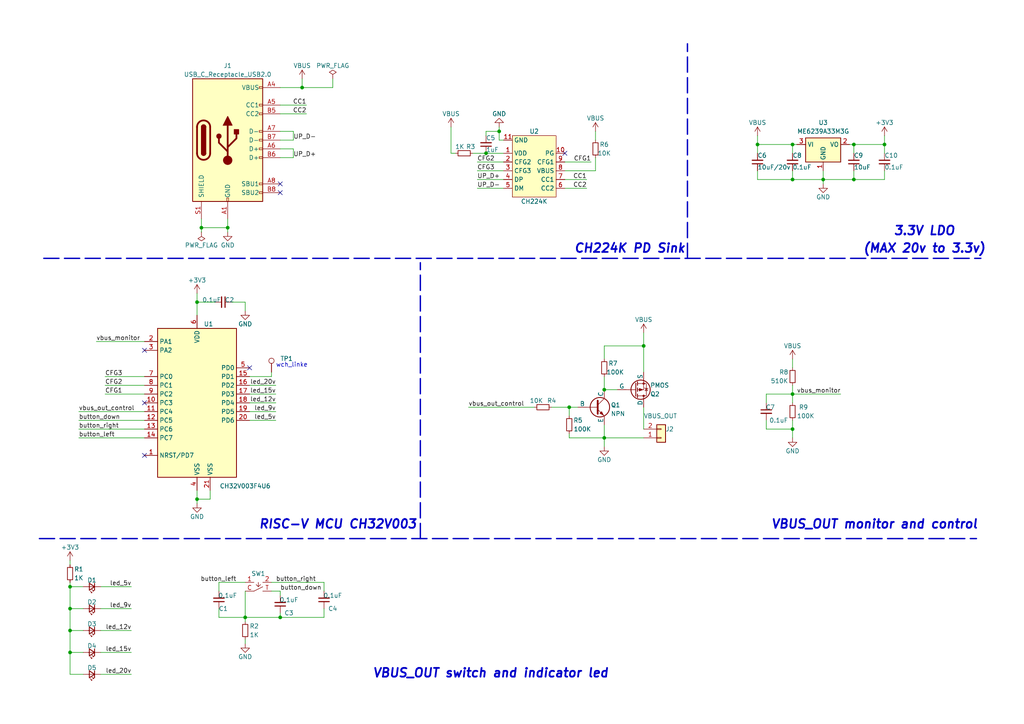
<source format=kicad_sch>
(kicad_sch (version 20230121) (generator eeschema)
  (paper "A4")
  (title_block (title "Esay_PD_Sink") (rev "V2.0"))
  (lib_symbols
    (symbol "Connector:TestPoint" (pin_numbers hide) (pin_names (offset 0.762) hide)
      (property "Reference" "TP" (at 0 6.858 0))
      (property "Value" "TestPoint" (at 0 5.08 0))
      (symbol "TestPoint_0_1"
        (circle (center 0 3.302) (radius 0.762))
      )
      (symbol "TestPoint_1_1"
        (pin passive line (at 0 0 90) (length 2.54) (name "1") (number "1"))
      )
    )
    (symbol "Connector:USB_C_Receptacle_USB2.0" (pin_names (offset 1.016))
      (property "Reference" "J" (at -10.16 19.05 0))
      (property "Value" "USB_C_Receptacle_USB2.0" (at 19.05 19.05 0))
      (symbol "USB_C_Receptacle_USB2.0_0_0"
        (rectangle (start -0.254 -17.78) (end 0.254 -16.764))
        (rectangle (start 10.16 -14.986) (end 9.144 -15.494))
        (rectangle (start 10.16 -12.446) (end 9.144 -12.954))
        (rectangle (start 10.16 -4.826) (end 9.144 -5.334))
        (rectangle (start 10.16 -2.286) (end 9.144 -2.794))
        (rectangle (start 10.16 0.254) (end 9.144 -0.254))
        (rectangle (start 10.16 2.794) (end 9.144 2.286))
        (rectangle (start 10.16 7.874) (end 9.144 7.366))
        (rectangle (start 10.16 10.414) (end 9.144 9.906))
        (rectangle (start 10.16 15.494) (end 9.144 14.986))
      )
      (symbol "USB_C_Receptacle_USB2.0_0_1"
        (rectangle (start -10.16 17.78) (end 10.16 -17.78) (stroke (width 0.254)) (fill (type background)))
        (arc (start -8.89 -3.81) (mid -6.985 -5.7067) (end -5.08 -3.81) (stroke (width 0.508)))
        (arc (start -7.62 -3.81) (mid -6.985 -4.4423) (end -6.35 -3.81) (stroke (width 0.254)))
        (arc (start -7.62 -3.81) (mid -6.985 -4.4423) (end -6.35 -3.81) (stroke (width 0.254)) (fill (type outline)))
        (rectangle (start -7.62 -3.81) (end -6.35 3.81) (stroke (width 0.254)) (fill (type outline)))
        (arc (start -6.35 3.81) (mid -6.985 4.4423) (end -7.62 3.81) (stroke (width 0.254)))
        (arc (start -6.35 3.81) (mid -6.985 4.4423) (end -7.62 3.81) (stroke (width 0.254)) (fill (type outline)))
        (arc (start -5.08 3.81) (mid -6.985 5.7067) (end -8.89 3.81) (stroke (width 0.508)))
        (circle (center -2.54 1.143) (radius 0.635) (stroke (width 0.254)) (fill (type outline)))
        (circle (center 0 -5.842) (radius 1.27) (fill (type outline)))
        (polyline (pts (xy -8.89 -3.81) (xy -8.89 3.81)) (stroke (width 0.508)))
        (polyline (pts (xy -5.08 3.81) (xy -5.08 -3.81)) (stroke (width 0.508)))
        (polyline (pts (xy 0 -5.842) (xy 0 4.318)) (stroke (width 0.508)))
        (polyline (pts (xy 0 -3.302) (xy -2.54 -0.762) (xy -2.54 0.508)) (stroke (width 0.508)))
        (polyline (pts (xy 0 -2.032) (xy 2.54 0.508) (xy 2.54 1.778)) (stroke (width 0.508)))
        (polyline (pts (xy -1.27 4.318) (xy 0 6.858) (xy 1.27 4.318) (xy -1.27 4.318)) (stroke (width 0.254)) (fill (type outline)))
        (rectangle (start 1.905 1.778) (end 3.175 3.048) (stroke (width 0.254)) (fill (type outline)))
      )
      (symbol "USB_C_Receptacle_USB2.0_1_1"
        (pin passive line (at 0 -22.86 90) (length 5.08) (name "GND") (number "A1"))
        (pin passive line (at 0 -22.86 90) (length 5.08) hide (name "GND") (number "A12"))
        (pin passive line (at 15.24 15.24 180) (length 5.08) (name "VBUS") (number "A4"))
        (pin bidirectional line (at 15.24 10.16 180) (length 5.08) (name "CC1") (number "A5"))
        (pin bidirectional line (at 15.24 -2.54 180) (length 5.08) (name "D+") (number "A6"))
        (pin bidirectional line (at 15.24 2.54 180) (length 5.08) (name "D-") (number "A7"))
        (pin bidirectional line (at 15.24 -12.7 180) (length 5.08) (name "SBU1") (number "A8"))
        (pin passive line (at 15.24 15.24 180) (length 5.08) hide (name "VBUS") (number "A9"))
        (pin passive line (at 0 -22.86 90) (length 5.08) hide (name "GND") (number "B1"))
        (pin passive line (at 0 -22.86 90) (length 5.08) hide (name "GND") (number "B12"))
        (pin passive line (at 15.24 15.24 180) (length 5.08) hide (name "VBUS") (number "B4"))
        (pin bidirectional line (at 15.24 7.62 180) (length 5.08) (name "CC2") (number "B5"))
        (pin bidirectional line (at 15.24 -5.08 180) (length 5.08) (name "D+") (number "B6"))
        (pin bidirectional line (at 15.24 0 180) (length 5.08) (name "D-") (number "B7"))
        (pin bidirectional line (at 15.24 -15.24 180) (length 5.08) (name "SBU2") (number "B8"))
        (pin passive line (at 15.24 15.24 180) (length 5.08) hide (name "VBUS") (number "B9"))
        (pin passive line (at -7.62 -22.86 90) (length 5.08) (name "SHIELD") (number "S1"))
      )
    )
    (symbol "Connector_Generic:Conn_01x02" (pin_names (offset 1.016) hide)
      (property "Reference" "J" (at 0 2.54 0))
      (property "Value" "Conn_01x02" (at 0 -5.08 0))
      (symbol "Conn_01x02_1_1"
        (rectangle (start -1.27 -2.413) (end 0 -2.667) (stroke (width 0.1524)))
        (rectangle (start -1.27 0.127) (end 0 -0.127) (stroke (width 0.1524)))
        (rectangle (start -1.27 1.27) (end 1.27 -3.81) (stroke (width 0.254)) (fill (type background)))
        (pin passive line (at -5.08 0 0) (length 3.81) (name "Pin_1") (number "1"))
        (pin passive line (at -5.08 -2.54 0) (length 3.81) (name "Pin_2") (number "2"))
      )
    )
    (symbol "Device:C_Small" (pin_numbers hide) (pin_names (offset 0.254) hide)
      (property "Reference" "C" (at 0.254 1.778 0))
      (property "Value" "C_Small" (at 0.254 -2.032 0))
      (symbol "C_Small_0_1"
        (polyline (pts (xy -1.524 -0.508) (xy 1.524 -0.508)) (stroke (width 0.3302)))
        (polyline (pts (xy -1.524 0.508) (xy 1.524 0.508)) (stroke (width 0.3048)))
      )
      (symbol "C_Small_1_1"
        (pin passive line (at 0 2.54 270) (length 2.032) (name "~") (number "1"))
        (pin passive line (at 0 -2.54 90) (length 2.032) (name "~") (number "2"))
      )
    )
    (symbol "Device:LED_Small" (pin_numbers hide) (pin_names (offset 0.254) hide)
      (property "Reference" "D" (at -1.27 3.175 0))
      (property "Value" "LED_Small" (at -4.445 -2.54 0))
      (symbol "LED_Small_0_1"
        (polyline (pts (xy -0.762 -1.016) (xy -0.762 1.016)) (stroke (width 0.254)))
        (polyline (pts (xy 1.016 0) (xy -0.762 0)))
        (polyline (pts (xy 0.762 -1.016) (xy -0.762 0) (xy 0.762 1.016) (xy 0.762 -1.016)) (stroke (width 0.254)))
        (polyline (pts (xy 0 0.762) (xy -0.508 1.27) (xy -0.254 1.27) (xy -0.508 1.27) (xy -0.508 1.016)))
        (polyline (pts (xy 0.508 1.27) (xy 0 1.778) (xy 0.254 1.778) (xy 0 1.778) (xy 0 1.524)))
      )
      (symbol "LED_Small_1_1"
        (pin passive line (at -2.54 0 0) (length 1.778) (name "K") (number "1"))
        (pin passive line (at 2.54 0 180) (length 1.778) (name "A") (number "2"))
      )
    )
    (symbol "Device:R_Small" (pin_numbers hide) (pin_names (offset 0.254) hide)
      (property "Reference" "R" (at 0.762 0.508 0))
      (property "Value" "R_Small" (at 0.762 -1.016 0))
      (symbol "R_Small_0_1"
        (rectangle (start -0.762 1.778) (end 0.762 -1.778) (stroke (width 0.2032)))
      )
      (symbol "R_Small_1_1"
        (pin passive line (at 0 2.54 270) (length 0.762) (name "~") (number "1"))
        (pin passive line (at 0 -2.54 90) (length 0.762) (name "~") (number "2"))
      )
    )
    (symbol "Regulator_Linear:AMS1117-3.3"
      (property "Reference" "U" (at -3.81 3.175 0))
      (property "Value" "AMS1117-3.3" (at 0 3.175 0))
      (symbol "AMS1117-3.3_0_1"
        (rectangle (start -5.08 -5.08) (end 5.08 1.905) (stroke (width 0.254)) (fill (type background)))
      )
      (symbol "AMS1117-3.3_1_1"
        (pin power_in line (at 0 -7.62 90) (length 2.54) (name "GND") (number "1"))
        (pin power_out line (at 7.62 0 180) (length 2.54) (name "VO") (number "2"))
        (pin power_in line (at -7.62 0 0) (length 2.54) (name "VI") (number "3"))
      )
    )
    (symbol "Simulation_SPICE:NPN" (pin_numbers hide) (pin_names (offset 0))
      (property "Reference" "Q" (at -2.54 7.62 0))
      (property "Value" "NPN" (at -2.54 5.08 0))
      (symbol "NPN_0_1"
        (polyline (pts (xy -2.54 0) (xy 0.635 0)) (stroke (width 0.1524)))
        (polyline (pts (xy 0.635 0.635) (xy 2.54 2.54)))
        (polyline (pts (xy 2.794 -1.27) (xy 2.794 -1.27)) (stroke (width 0.1524)))
        (polyline (pts (xy 2.794 -1.27) (xy 2.794 -1.27)) (stroke (width 0.1524)))
        (polyline (pts (xy 0.635 -0.635) (xy 2.54 -2.54) (xy 2.54 -2.54)))
        (polyline (pts (xy 0.635 1.905) (xy 0.635 -1.905) (xy 0.635 -1.905)) (stroke (width 0.508)))
        (polyline (pts (xy 1.27 -1.778) (xy 1.778 -1.27) (xy 2.286 -2.286) (xy 1.27 -1.778) (xy 1.27 -1.778)) (fill (type outline)))
        (circle (center 1.27 0) (radius 2.8194) (stroke (width 0.254)))
      )
      (symbol "NPN_1_1"
        (pin open_collector line (at 2.54 5.08 270) (length 2.54) (name "C") (number "1"))
        (pin input line (at -5.08 0 0) (length 2.54) (name "B") (number "2"))
        (pin open_emitter line (at 2.54 -5.08 90) (length 2.54) (name "E") (number "3"))
      )
    )
    (symbol "Simulation_SPICE:PMOS" (pin_numbers hide) (pin_names (offset 0))
      (property "Reference" "Q" (at 5.08 1.27 0))
      (property "Value" "PMOS" (at 5.08 -1.27 0))
      (symbol "PMOS_0_1"
        (polyline (pts (xy 0.254 0) (xy -2.54 0)))
        (polyline (pts (xy 0.254 1.905) (xy 0.254 -1.905)) (stroke (width 0.254)))
        (polyline (pts (xy 0.762 -1.27) (xy 0.762 -2.286)) (stroke (width 0.254)))
        (polyline (pts (xy 0.762 0.508) (xy 0.762 -0.508)) (stroke (width 0.254)))
        (polyline (pts (xy 0.762 2.286) (xy 0.762 1.27)) (stroke (width 0.254)))
        (polyline (pts (xy 2.54 2.54) (xy 2.54 1.778)))
        (polyline (pts (xy 2.54 -2.54) (xy 2.54 0) (xy 0.762 0)))
        (polyline (pts (xy 0.762 1.778) (xy 3.302 1.778) (xy 3.302 -1.778) (xy 0.762 -1.778)))
        (polyline (pts (xy 2.286 0) (xy 1.27 0.381) (xy 1.27 -0.381) (xy 2.286 0)) (fill (type outline)))
        (polyline (pts (xy 2.794 -0.508) (xy 2.921 -0.381) (xy 3.683 -0.381) (xy 3.81 -0.254)))
        (polyline (pts (xy 3.302 -0.381) (xy 2.921 0.254) (xy 3.683 0.254) (xy 3.302 -0.381)))
        (circle (center 1.651 0) (radius 2.794) (stroke (width 0.254)))
        (circle (center 2.54 -1.778) (radius 0.254) (fill (type outline)))
        (circle (center 2.54 1.778) (radius 0.254) (fill (type outline)))
      )
      (symbol "PMOS_1_1"
        (pin passive line (at 2.54 5.08 270) (length 2.54) (name "D") (number "1"))
        (pin input line (at -5.08 0 0) (length 2.54) (name "G") (number "2"))
        (pin passive line (at 2.54 -5.08 90) (length 2.54) (name "S") (number "3"))
      )
    )
    (symbol "power:+3V3" (power) (pin_names (offset 0))
      (property "Value" "+3V3" (at 0 3.556 0))
      (symbol "+3V3_0_1"
        (polyline (pts (xy -0.762 1.27) (xy 0 2.54)))
        (polyline (pts (xy 0 0) (xy 0 2.54)))
        (polyline (pts (xy 0 2.54) (xy 0.762 1.27)))
      )
      (symbol "+3V3_1_1"
        (pin power_in line (at 0 0 90) (length 0) hide (name "+3V3") (number "1"))
      )
    )
    (symbol "power:GND" (power) (pin_names (offset 0))
      (property "Value" "GND" (at 0 -3.81 0))
      (symbol "GND_0_1"
        (polyline (pts (xy 0 0) (xy 0 -1.27) (xy 1.27 -1.27) (xy 0 -2.54) (xy -1.27 -1.27) (xy 0 -1.27)))
      )
      (symbol "GND_1_1"
        (pin power_in line (at 0 0 270) (length 0) hide (name "GND") (number "1"))
      )
    )
    (symbol "power:PWR_FLAG" (power) (pin_numbers hide) (pin_names (offset 0) hide)
      (property "Value" "PWR_FLAG" (at 0 3.81 0))
      (symbol "PWR_FLAG_0_0"
        (pin power_out line (at 0 0 90) (length 0) (name "pwr") (number "1"))
      )
      (symbol "PWR_FLAG_0_1"
        (polyline (pts (xy 0 0) (xy 0 1.27) (xy -1.016 1.905) (xy 0 2.54) (xy 1.016 1.905) (xy 0 1.27)))
      )
    )
    (symbol "power:VBUS" (power) (pin_names (offset 0))
      (property "Value" "VBUS" (at 0 3.81 0))
      (symbol "VBUS_0_1"
        (polyline (pts (xy -0.762 1.27) (xy 0 2.54)))
        (polyline (pts (xy 0 0) (xy 0 2.54)))
        (polyline (pts (xy 0 2.54) (xy 0.762 1.27)))
      )
      (symbol "VBUS_1_1"
        (pin power_in line (at 0 0 90) (length 0) hide (name "VBUS") (number "1"))
      )
    )
    (symbol "tyk_common:拨轮开关"
      (property "Reference" "SW" (at 2.54 -17.78 0))
      (property "Value" "拨轮开关" (at 2.54 -20.32 0))
      (symbol "拨轮开关_0_1"
        (polyline (pts (xy 0 -2.54) (xy 2.54 -1.27)))
        (polyline (pts (xy 1.27 0) (xy 1.27 -1.27) (xy 0.635 -0.635) (xy 1.27 -1.27) (xy 1.905 -0.635)))
      )
      (symbol "拨轮开关_1_1"
        (pin passive line (at -2.54 0 0) (length 2.54) (name "") (number "1"))
        (pin passive line (at 5.08 0 180) (length 2.54) (name "") (number "2"))
        (pin no_connect line (at -2.54 -7.62 90) (length 2.54) hide (name "") (number "3"))
        (pin no_connect line (at 0 -7.62 90) (length 2.54) hide (name "") (number "4"))
        (pin no_connect line (at 2.54 -7.62 90) (length 2.54) hide (name "") (number "5"))
        (pin no_connect line (at 5.08 -7.62 90) (length 2.54) hide (name "") (number "6"))
        (pin passive line (at -2.54 -2.54 0) (length 2.54) (name "") (number "C"))
        (pin passive line (at 5.08 -2.54 180) (length 2.54) (name "") (number "T"))
      )
    )
    (symbol "wch_mcu:CH32V003F4U6"
      (property "Reference" "U" (at -19.05 -26.67 0))
      (symbol "CH32V003F4U6_0_1"
        (rectangle (start -11.43 20.32) (end 11.43 -22.86) (stroke (width 0.254)) (fill (type background)))
      )
      (symbol "CH32V003F4U6_1_1"
        (pin bidirectional line (at -15.24 -16.51 0) (length 3.81) (name "NRST/PD7") (number "1"))
        (pin bidirectional line (at -15.24 -1.27 0) (length 3.81) (name "PC3") (number "10"))
        (pin bidirectional line (at -15.24 -3.81 0) (length 3.81) (name "PC4") (number "11"))
        (pin bidirectional line (at -15.24 -6.35 0) (length 3.81) (name "PC5") (number "12"))
        (pin bidirectional line (at -15.24 -8.89 0) (length 3.81) (name "PC6") (number "13"))
        (pin bidirectional line (at -15.24 -11.43 0) (length 3.81) (name "PC7") (number "14"))
        (pin bidirectional line (at 15.24 6.35 180) (length 3.81) (name "PD1") (number "15"))
        (pin bidirectional line (at 15.24 3.81 180) (length 3.81) (name "PD2") (number "16"))
        (pin bidirectional line (at 15.24 1.27 180) (length 3.81) (name "PD3") (number "17"))
        (pin bidirectional line (at 15.24 -1.27 180) (length 3.81) (name "PD4") (number "18"))
        (pin bidirectional line (at 15.24 -3.81 180) (length 3.81) (name "PD5") (number "19"))
        (pin bidirectional line (at -15.24 16.51 0) (length 3.81) (name "PA1") (number "2"))
        (pin bidirectional line (at 15.24 -6.35 180) (length 3.81) (name "PD6") (number "20"))
        (pin power_in line (at 3.81 -26.67 90) (length 3.81) (name "VSS") (number "21"))
        (pin bidirectional line (at -15.24 13.97 0) (length 3.81) (name "PA2") (number "3"))
        (pin power_in line (at 0 -26.67 90) (length 3.81) (name "VSS") (number "4"))
        (pin passive line (at 15.24 8.89 180) (length 3.81) (name "PD0") (number "5"))
        (pin power_in line (at 0 24.13 270) (length 3.81) (name "VDD") (number "6"))
        (pin bidirectional line (at -15.24 6.35 0) (length 3.81) (name "PC0") (number "7"))
        (pin bidirectional line (at -15.24 3.81 0) (length 3.81) (name "PC1") (number "8"))
        (pin bidirectional line (at -15.24 1.27 0) (length 3.81) (name "PC2") (number "9"))
      )
    )
    (symbol "wch_mcu_peripheral:CH224K"
      (property "Reference" "U" (at 0 -10.16 0))
      (property "Value" "CH224K" (at 5.08 -11.43 0))
      (symbol "CH224K_0_1"
        (rectangle (start -6.35 8.89) (end 6.35 -8.89) (fill (type background)))
      )
      (symbol "CH224K_1_1"
        (pin power_in line (at -8.89 3.81 0) (length 2.54) (name "VDD") (number "1"))
        (pin output line (at 8.89 3.81 180) (length 2.54) (name "PG") (number "10"))
        (pin power_in line (at -8.89 7.62 0) (length 2.54) (name "GND") (number "11"))
        (pin input line (at -8.89 1.27 0) (length 2.54) (name "CFG2") (number "2"))
        (pin input line (at -8.89 -1.27 0) (length 2.54) (name "CFG3") (number "3"))
        (pin bidirectional line (at -8.89 -3.81 0) (length 2.54) (name "DP") (number "4"))
        (pin bidirectional line (at -8.89 -6.35 0) (length 2.54) (name "DM") (number "5"))
        (pin bidirectional line (at 8.89 -6.35 180) (length 2.54) (name "CC2") (number "6"))
        (pin bidirectional line (at 8.89 -3.81 180) (length 2.54) (name "CC1") (number "7"))
        (pin input line (at 8.89 -1.27 180) (length 2.54) (name "VBUS") (number "8"))
        (pin input line (at 8.89 1.27 180) (length 2.54) (name "CFG1") (number "9"))
      )
    )
  )
  (junction (at 238.76 52.07))
  (junction (at 144.78 38.1))
  (junction (at 20.32 182.88))
  (junction (at 57.15 87.63))
  (junction (at 229.87 41.91))
  (junction (at 186.69 100.33))
  (junction (at 229.87 114.3))
  (junction (at 247.65 52.07))
  (junction (at 57.15 144.78))
  (junction (at 140.97 44.45))
  (junction (at 20.32 189.23))
  (junction (at 66.04 66.04))
  (junction (at 256.54 41.91))
  (junction (at 58.42 66.04))
  (junction (at 20.32 176.53))
  (junction (at 165.1 118.11))
  (junction (at 175.26 127))
  (junction (at 229.87 52.07))
  (junction (at 71.12 179.07))
  (junction (at 175.26 113.03))
  (junction (at 229.87 124.46))
  (junction (at 20.32 170.18))
  (junction (at 247.65 41.91))
  (junction (at 87.63 25.4))
  (junction (at 81.28 179.07))
  (junction (at 219.71 41.91))
  (no_connect (at 72.39 106.68))
  (no_connect (at 81.28 55.88))
  (no_connect (at 163.83 44.45))
  (no_connect (at 41.91 116.84))
  (no_connect (at 41.91 101.6))
  (no_connect (at 81.28 53.34))
  (no_connect (at 41.91 132.08))
  (wire (pts (xy 138.43 46.99) (xy 146.05 46.99)))
  (wire (pts (xy 229.87 41.91) (xy 231.14 41.91)))
  (wire (pts (xy 144.78 38.1) (xy 144.78 40.64)))
  (wire (pts (xy 229.87 49.53) (xy 229.87 52.07)))
  (wire (pts (xy 63.5 171.45) (xy 63.5 168.91)))
  (wire (pts (xy 81.28 172.72) (xy 81.28 171.45)))
  (wire (pts (xy 175.26 104.14) (xy 175.26 100.33)))
  (wire (pts (xy 57.15 87.63) (xy 57.15 91.44)))
  (wire (pts (xy 20.32 189.23) (xy 20.32 182.88)))
  (wire (pts (xy 222.25 114.3) (xy 229.87 114.3)))
  (wire (pts (xy 175.26 127) (xy 186.69 127)))
  (wire (pts (xy 140.97 38.1) (xy 140.97 39.37)))
  (wire (pts (xy 27.94 99.06) (xy 41.91 99.06)))
  (wire (pts (xy 172.72 49.53) (xy 163.83 49.53)))
  (wire (pts (xy 30.48 111.76) (xy 41.91 111.76)))
  (wire (pts (xy 138.43 49.53) (xy 146.05 49.53)))
  (wire (pts (xy 20.32 195.58) (xy 20.32 189.23)))
  (wire (pts (xy 165.1 127) (xy 165.1 125.73)))
  (wire (pts (xy 88.9 33.02) (xy 81.28 33.02)))
  (wire (pts (xy 165.1 127) (xy 175.26 127)))
  (wire (pts (xy 63.5 179.07) (xy 71.12 179.07)))
  (wire (pts (xy 135.89 118.11) (xy 154.94 118.11)))
  (wire (pts (xy 71.12 171.45) (xy 71.12 179.07)))
  (wire (pts (xy 175.26 127) (xy 175.26 129.54)))
  (wire (pts (xy 219.71 52.07) (xy 229.87 52.07)))
  (wire (pts (xy 160.02 118.11) (xy 165.1 118.11)))
  (wire (pts (xy 88.9 30.48) (xy 81.28 30.48)))
  (wire (pts (xy 222.25 124.46) (xy 229.87 124.46)))
  (wire (pts (xy 67.31 87.63) (xy 71.12 87.63)))
  (wire (pts (xy 175.26 100.33) (xy 186.69 100.33)))
  (wire (pts (xy 219.71 41.91) (xy 229.87 41.91)))
  (wire (pts (xy 222.25 116.84) (xy 222.25 114.3)))
  (wire (pts (xy 81.28 25.4) (xy 87.63 25.4)))
  (wire (pts (xy 179.07 113.03) (xy 175.26 113.03)))
  (polyline (pts (xy 12.7 74.93) (xy 284.48 74.93)) (stroke (width 0.4) (type dash)))
  (wire (pts (xy 22.86 121.92) (xy 41.91 121.92)))
  (wire (pts (xy 229.87 52.07) (xy 238.76 52.07)))
  (wire (pts (xy 238.76 52.07) (xy 247.65 52.07)))
  (wire (pts (xy 138.43 52.07) (xy 146.05 52.07)))
  (wire (pts (xy 29.21 170.18) (xy 38.1 170.18)))
  (wire (pts (xy 137.16 44.45) (xy 140.97 44.45)))
  (wire (pts (xy 175.26 123.19) (xy 175.26 127)))
  (wire (pts (xy 66.04 63.5) (xy 66.04 66.04)))
  (wire (pts (xy 238.76 52.07) (xy 238.76 49.53)))
  (wire (pts (xy 80.01 111.76) (xy 72.39 111.76)))
  (wire (pts (xy 165.1 118.11) (xy 167.64 118.11)))
  (wire (pts (xy 219.71 39.37) (xy 219.71 41.91)))
  (wire (pts (xy 58.42 66.04) (xy 66.04 66.04)))
  (wire (pts (xy 247.65 49.53) (xy 247.65 52.07)))
  (wire (pts (xy 58.42 63.5) (xy 58.42 66.04)))
  (wire (pts (xy 93.98 171.45) (xy 93.98 168.91)))
  (wire (pts (xy 57.15 144.78) (xy 60.96 144.78)))
  (wire (pts (xy 29.21 182.88) (xy 38.1 182.88)))
  (wire (pts (xy 186.69 96.52) (xy 186.69 100.33)))
  (wire (pts (xy 87.63 22.86) (xy 87.63 25.4)))
  (wire (pts (xy 238.76 52.07) (xy 238.76 53.34)))
  (wire (pts (xy 20.32 163.83) (xy 20.32 162.56)))
  (wire (pts (xy 144.78 40.64) (xy 146.05 40.64)))
  (wire (pts (xy 186.69 100.33) (xy 186.69 107.95)))
  (wire (pts (xy 71.12 185.42) (xy 71.12 186.69)))
  (wire (pts (xy 222.25 121.92) (xy 222.25 124.46)))
  (wire (pts (xy 170.18 54.61) (xy 163.83 54.61)))
  (wire (pts (xy 22.86 124.46) (xy 41.91 124.46)))
  (polyline (pts (xy 11.43 156.21) (xy 283.21 156.21)) (stroke (width 0.4) (type dash)))
  (wire (pts (xy 247.65 44.45) (xy 247.65 41.91)))
  (wire (pts (xy 186.69 124.46) (xy 186.69 118.11)))
  (wire (pts (xy 20.32 170.18) (xy 20.32 176.53)))
  (wire (pts (xy 57.15 144.78) (xy 57.15 142.24)))
  (wire (pts (xy 171.45 46.99) (xy 163.83 46.99)))
  (wire (pts (xy 20.32 182.88) (xy 20.32 176.53)))
  (wire (pts (xy 20.32 168.91) (xy 20.32 170.18)))
  (wire (pts (xy 24.13 170.18) (xy 20.32 170.18)))
  (wire (pts (xy 247.65 52.07) (xy 256.54 52.07)))
  (wire (pts (xy 24.13 195.58) (xy 20.32 195.58)))
  (wire (pts (xy 229.87 114.3) (xy 229.87 116.84)))
  (wire (pts (xy 140.97 44.45) (xy 146.05 44.45)))
  (wire (pts (xy 71.12 179.07) (xy 81.28 179.07)))
  (wire (pts (xy 71.12 179.07) (xy 71.12 180.34)))
  (wire (pts (xy 81.28 179.07) (xy 93.98 179.07)))
  (wire (pts (xy 30.48 109.22) (xy 41.91 109.22)))
  (wire (pts (xy 62.23 87.63) (xy 57.15 87.63)))
  (wire (pts (xy 219.71 49.53) (xy 219.71 52.07)))
  (polyline (pts (xy 121.92 156.21) (xy 121.92 76.2)) (stroke (width 0.4) (type dash)))
  (wire (pts (xy 81.28 45.72) (xy 85.09 45.72)))
  (wire (pts (xy 175.26 113.03) (xy 175.26 109.22)))
  (wire (pts (xy 81.28 40.64) (xy 85.09 40.64)))
  (wire (pts (xy 85.09 38.1) (xy 81.28 38.1)))
  (wire (pts (xy 30.48 114.3) (xy 41.91 114.3)))
  (wire (pts (xy 85.09 43.18) (xy 81.28 43.18)))
  (wire (pts (xy 57.15 85.09) (xy 57.15 87.63)))
  (wire (pts (xy 80.01 121.92) (xy 72.39 121.92)))
  (wire (pts (xy 71.12 90.17) (xy 71.12 87.63)))
  (wire (pts (xy 229.87 114.3) (xy 243.84 114.3)))
  (wire (pts (xy 247.65 41.91) (xy 256.54 41.91)))
  (wire (pts (xy 81.28 171.45) (xy 78.74 171.45)))
  (wire (pts (xy 172.72 45.72) (xy 172.72 49.53)))
  (wire (pts (xy 170.18 52.07) (xy 163.83 52.07)))
  (wire (pts (xy 246.38 41.91) (xy 247.65 41.91)))
  (wire (pts (xy 63.5 168.91) (xy 71.12 168.91)))
  (wire (pts (xy 96.52 25.4) (xy 87.63 25.4)))
  (wire (pts (xy 78.74 107.95) (xy 78.74 109.22)))
  (polyline (pts (xy 199.39 74.93) (xy 199.39 12.7)) (stroke (width 0.4) (type dash)))
  (wire (pts (xy 85.09 40.64) (xy 85.09 38.1)))
  (wire (pts (xy 229.87 111.76) (xy 229.87 114.3)))
  (wire (pts (xy 256.54 39.37) (xy 256.54 41.91)))
  (wire (pts (xy 60.96 142.24) (xy 60.96 144.78)))
  (wire (pts (xy 229.87 124.46) (xy 229.87 121.92)))
  (wire (pts (xy 72.39 109.22) (xy 78.74 109.22)))
  (wire (pts (xy 29.21 195.58) (xy 38.1 195.58)))
  (wire (pts (xy 80.01 119.38) (xy 72.39 119.38)))
  (wire (pts (xy 219.71 44.45) (xy 219.71 41.91)))
  (wire (pts (xy 144.78 36.83) (xy 144.78 38.1)))
  (wire (pts (xy 22.86 119.38) (xy 41.91 119.38)))
  (wire (pts (xy 256.54 49.53) (xy 256.54 52.07)))
  (wire (pts (xy 24.13 176.53) (xy 20.32 176.53)))
  (wire (pts (xy 57.15 146.05) (xy 57.15 144.78)))
  (wire (pts (xy 63.5 176.53) (xy 63.5 179.07)))
  (wire (pts (xy 96.52 22.86) (xy 96.52 25.4)))
  (wire (pts (xy 130.81 44.45) (xy 132.08 44.45)))
  (wire (pts (xy 140.97 38.1) (xy 144.78 38.1)))
  (wire (pts (xy 29.21 189.23) (xy 38.1 189.23)))
  (wire (pts (xy 81.28 177.8) (xy 81.28 179.07)))
  (wire (pts (xy 229.87 44.45) (xy 229.87 41.91)))
  (wire (pts (xy 229.87 127) (xy 229.87 124.46)))
  (wire (pts (xy 22.86 127) (xy 41.91 127)))
  (wire (pts (xy 172.72 38.1) (xy 172.72 40.64)))
  (wire (pts (xy 256.54 44.45) (xy 256.54 41.91)))
  (wire (pts (xy 78.74 168.91) (xy 93.98 168.91)))
  (wire (pts (xy 138.43 54.61) (xy 146.05 54.61)))
  (wire (pts (xy 130.81 36.83) (xy 130.81 44.45)))
  (wire (pts (xy 80.01 116.84) (xy 72.39 116.84)))
  (wire (pts (xy 229.87 106.68) (xy 229.87 104.14)))
  (wire (pts (xy 66.04 66.04) (xy 66.04 67.31)))
  (wire (pts (xy 24.13 182.88) (xy 20.32 182.88)))
  (wire (pts (xy 24.13 189.23) (xy 20.32 189.23)))
  (wire (pts (xy 93.98 176.53) (xy 93.98 179.07)))
  (wire (pts (xy 58.42 67.31) (xy 58.42 66.04)))
  (wire (pts (xy 85.09 45.72) (xy 85.09 43.18)))
  (wire (pts (xy 29.21 176.53) (xy 38.1 176.53)))
  (wire (pts (xy 80.01 114.3) (xy 72.39 114.3)))
  (wire (pts (xy 165.1 120.65) (xy 165.1 118.11)))
  (text "VBUS_OUT monitor and control" (at 223.52 153.67 0) (effects (font (size 2.54 2.54) (thickness 0.508) bold italic) (justify left bottom)))
  (text "3.3V LDO" (at 259.08 68.58 0) (effects (font (size 2.54 2.54) (thickness 0.508) bold italic) (justify left bottom)))
  (text "wch_linke\n" (at 80.01 106.68 0) (effects (font (size 1.27 1.27)) (justify left bottom)))
  (text "(MAX 20v to 3.3v)" (at 250.19 73.66 0) (effects (font (size 2.54 2.54) (thickness 0.508) bold italic) (justify left bottom)))
  (text "RISC-V MCU CH32V003" (at 74.93 153.67 0) (effects (font (size 2.54 2.54) (thickness 0.508) bold italic) (justify left bottom)))
  (text "CH224K PD Sink" (at 166.37 73.66 0) (effects (font (size 2.54 2.54) (thickness 0.508) bold italic) (justify left bottom)))
  (text "VBUS_OUT switch and indicator led" (at 107.95 196.85 0) (effects (font (size 2.54 2.54) (thickness 0.508) bold italic) (justify left bottom)))
  (label "led_5v" (at 80.01 121.92 180))
  (label "vbus_monitor" (at 27.94 99.06 0))
  (label "led_20v" (at 38.1 195.58 180))
  (label "UP_D-" (at 85.09 40.64 0))
  (label "vbus_out_control" (at 22.86 119.38 0))
  (label "CFG1" (at 30.48 114.3 0))
  (label "CFG3" (at 30.48 109.22 0))
  (label "UP_D+" (at 138.43 52.07 0))
  (label "CC2" (at 88.9 33.02 180))
  (label "vbus_monitor" (at 243.84 114.3 180))
  (label "led_12v" (at 80.01 116.84 180))
  (label "led_5v" (at 38.1 170.18 180))
  (label "led_12v" (at 38.1 182.88 180))
  (label "button_down" (at 81.28 171.45 0))
  (label "led_9v" (at 80.01 119.38 180))
  (label "CC2" (at 170.18 54.61 180))
  (label "led_15v" (at 80.01 114.3 180))
  (label "CC1" (at 88.9 30.48 180))
  (label "CFG1" (at 171.45 46.99 180))
  (label "button_right" (at 80.01 168.91 0))
  (label "button_down" (at 22.86 121.92 0))
  (label "vbus_out_control" (at 135.89 118.11 0))
  (label "CFG2" (at 138.43 46.99 0))
  (label "button_left" (at 22.86 127 0))
  (label "UP_D-" (at 138.43 54.61 0))
  (label "UP_D+" (at 85.09 45.72 0))
  (label "CFG2" (at 30.48 111.76 0))
  (label "CFG3" (at 138.43 49.53 0))
  (label "led_20v" (at 80.01 111.76 180))
  (label "led_9v" (at 38.1 176.53 180))
  (label "button_right" (at 22.86 124.46 0))
  (label "led_15v" (at 38.1 189.23 180))
  (label "CC1" (at 170.18 52.07 180))
  (label "button_left" (at 68.58 168.91 180))
  (symbol (lib_id "Device:C_Small") (at 222.25 119.38 0) (unit 1)
    (property "Reference" "C7" (at 224.79 118.11 0) (effects (justify right)))
    (property "Value" "0.1uF" (at 228.6 121.92 0) (effects (justify right)))
    (property "Footprint" "Capacitor_SMD:C_0603_1608Metric" (effects hide))
  )
  (symbol (lib_id "power:GND") (at 71.12 186.69 0) (unit 1)
    (property "Reference" "#PWR06" (effects hide))
    (property "Value" "GND" (at 71.12 190.5 0))
  )
  (symbol (lib_id "Device:C_Small") (at 219.71 46.99 180) (unit 1)
    (property "Reference" "C6" (at 219.71 45.085 0) (effects (justify right)))
    (property "Value" "10uF/20v" (at 219.71 48.514 0) (effects (justify right)))
    (property "Footprint" "Capacitor_SMD:C_1206_3216Metric" (effects hide))
  )
  (symbol (lib_id "power:GND") (at 238.76 53.34 0) (unit 1)
    (property "Reference" "#PWR016" (effects hide))
    (property "Value" "GND" (at 238.76 57.15 0))
  )
  (symbol (lib_id "power:GND") (at 175.26 129.54 0) (unit 1)
    (property "Reference" "#PWR011" (effects hide))
    (property "Value" "GND" (at 175.26 133.35 0))
  )
  (symbol (lib_id "Device:C_Small") (at 63.5 173.99 180) (unit 1)
    (property "Reference" "C1" (at 64.77 176.53 0))
    (property "Value" "0.1uF" (at 66.04 172.72 0))
    (property "Footprint" "Capacitor_SMD:C_0603_1608Metric" (effects hide))
  )
  (symbol (lib_id "Connector_Generic:Conn_01x02") (at 191.77 127 0) (mirror x) (unit 1)
    (property "Reference" "J2" (at 193.04 124.46 0) (effects (justify left)))
    (property "Value" "VBUS_OUT" (at 186.69 120.65 0) (effects (justify left)))
    (property "Footprint" "tyk_common:CONN-TH_2P-P3.81_WJ15EDGRC-3.81-2P" (effects hide))
  )
  (symbol (lib_id "Device:R_Small") (at 157.48 118.11 90) (unit 1)
    (property "Reference" "R4" (at 160.02 116.205 90))
    (property "Value" "10K" (at 155.575 116.205 90))
    (property "Footprint" "Resistor_SMD:R_0603_1608Metric" (effects hide))
  )
  (symbol (lib_id "Device:R_Small") (at 172.72 43.18 180) (unit 1)
    (property "Reference" "R6" (at 175.26 41.91 0))
    (property "Value" "10K" (at 175.26 44.45 0))
    (property "Footprint" "Resistor_SMD:R_0603_1608Metric" (effects hide))
  )
  (symbol (lib_id "wch_mcu_peripheral:CH224K") (at 154.94 48.26 0) (unit 1)
    (property "Reference" "U2" (at 154.94 38.1 0))
    (property "Value" "CH224K" (at 154.94 58.42 0))
    (property "Footprint" "tyk_common:ESSOP-10" (effects hide))
    (property "Datasheet" "http://www.wch-ic.com/downloads/CH224DS1_PDF.html" (effects hide))
  )
  (symbol (lib_id "Device:C_Small") (at 64.77 87.63 270) (unit 1)
    (property "Reference" "C2" (at 67.945 86.995 90) (effects (justify right)))
    (property "Value" "0.1uF" (at 64.135 86.995 90) (effects (justify right)))
    (property "Footprint" "Capacitor_SMD:C_0603_1608Metric" (effects hide))
  )
  (symbol (lib_id "power:GND") (at 66.04 67.31 0) (unit 1)
    (property "Reference" "#PWR04" (effects hide))
    (property "Value" "GND" (at 66.04 71.12 0))
  )
  (symbol (lib_id "power:GND") (at 144.78 36.83 180) (unit 1)
    (property "Reference" "#PWR09" (effects hide))
    (property "Value" "GND" (at 144.78 33.02 0))
  )
  (symbol (lib_id "Simulation_SPICE:PMOS") (at 184.15 113.03 0) (mirror x) (unit 1)
    (property "Reference" "Q2" (at 188.595 114.3 0) (effects (justify left)))
    (property "Value" "PMOS" (at 188.595 111.76 0) (effects (justify left)))
    (property "Footprint" "Package_DFN_QFN:DFN-8-1EP_3x3mm_P0.65mm_EP1.55x2.4mm" (effects hide))
    (property "Datasheet" "https://ngspice.sourceforge.io/docs/ngspice-manual.pdf" (effects hide))
    (property "Sim.Device" "PMOS" (effects hide))
    (property "Sim.Type" "VDMOS" (effects hide))
    (property "Sim.Pins" "1=D 2=G 3=S" (effects hide))
  )
  (symbol (lib_id "Device:R_Small") (at 229.87 109.22 0) (mirror x) (unit 1)
    (property "Reference" "R8" (at 227.33 107.95 0))
    (property "Value" "510K" (at 226.06 110.49 0))
    (property "Footprint" "Resistor_SMD:R_0603_1608Metric" (effects hide))
  )
  (symbol (lib_id "power:VBUS") (at 219.71 39.37 0) (unit 1)
    (property "Reference" "#PWR013" (effects hide))
    (property "Value" "VBUS" (at 219.71 35.56 0))
  )
  (symbol (lib_id "Simulation_SPICE:NPN") (at 172.72 118.11 0) (unit 1)
    (property "Reference" "Q1" (at 177.165 117.475 0) (effects (justify left)))
    (property "Value" "NPN" (at 177.165 120.015 0) (effects (justify left)))
    (property "Footprint" "Package_TO_SOT_SMD:SOT-23" (effects hide))
    (property "Sim.Device" "NPN" (effects hide))
    (property "Sim.Type" "GUMMELPOON" (effects hide))
    (property "Sim.Pins" "1=C 2=B 3=E" (effects hide))
  )
  (symbol (lib_id "power:VBUS") (at 130.81 36.83 0) (unit 1)
    (property "Reference" "#PWR08" (effects hide))
    (property "Value" "VBUS" (at 130.81 33.02 0))
  )
  (symbol (lib_id "Regulator_Linear:AMS1117-3.3") (at 238.76 41.91 0) (unit 1)
    (property "Reference" "U3" (at 238.76 35.56 0))
    (property "Value" "ME6239A33M3G" (at 238.76 38.1 0))
    (property "Footprint" "Package_TO_SOT_SMD:SOT-23-3" (effects hide))
  )
  (symbol (lib_id "Device:C_Small") (at 81.28 175.26 180) (unit 1)
    (property "Reference" "C3" (at 83.82 177.8 0))
    (property "Value" "0.1uF" (at 83.82 173.99 0))
    (property "Footprint" "Capacitor_SMD:C_0603_1608Metric" (effects hide))
  )
  (symbol (lib_id "Device:R_Small") (at 71.12 182.88 0) (unit 1)
    (property "Reference" "R2" (at 72.39 181.61 0) (effects (justify left)))
    (property "Value" "1K" (at 72.39 184.15 0) (effects (justify left)))
    (property "Footprint" "Resistor_SMD:R_0603_1608Metric" (effects hide))
  )
  (symbol (lib_id "Device:C_Small") (at 247.65 46.99 180) (unit 1)
    (property "Reference" "C9" (at 247.65 45.085 0) (effects (justify right)))
    (property "Value" "10uF" (at 247.65 48.514 0) (effects (justify right)))
    (property "Footprint" "Capacitor_SMD:C_0603_1608Metric" (effects hide))
  )
  (symbol (lib_id "Device:C_Small") (at 140.97 41.91 180) (unit 1)
    (property "Reference" "C5" (at 140.97 40.005 0) (effects (justify right)))
    (property "Value" "1uF" (at 140.97 43.434 0) (effects (justify right)))
    (property "Footprint" "Capacitor_SMD:C_0603_1608Metric" (effects hide))
  )
  (symbol (lib_id "Connector:TestPoint") (at 78.74 107.95 0) (unit 1)
    (property "Reference" "TP1" (at 81.28 104.013 0) (effects (justify left)))
    (property "Value" "TestPoint" (effects hide))
    (property "Footprint" "TestPoint:TestPoint_Pad_1.0x1.0mm" (effects hide))
  )
  (symbol (lib_id "Device:LED_Small") (at 26.67 189.23 180) (unit 1)
    (property "Reference" "D4" (at 26.67 187.325 0))
    (property "Value" "LED_Small" (effects hide))
    (property "Footprint" "LED_SMD:LED_0603_1608Metric" (effects hide))
  )
  (symbol (lib_id "Device:R_Small") (at 134.62 44.45 90) (unit 1)
    (property "Reference" "R3" (at 136.525 42.545 90))
    (property "Value" "1K" (at 133.35 42.545 90))
    (property "Footprint" "Resistor_SMD:R_1206_3216Metric" (effects hide))
  )
  (symbol (lib_id "power:GND") (at 229.87 127 0) (unit 1)
    (property "Reference" "#PWR015" (effects hide))
    (property "Value" "GND" (at 229.87 130.81 0))
  )
  (symbol (lib_id "wch_mcu:CH32V003F4U6") (at 57.15 115.57 0) (unit 1)
    (property "Reference" "U1" (at 59.1059 93.98 0) (effects (justify left)))
    (property "Value" "CH32V003F4U6" (at 71.12 140.97 0))
    (property "Footprint" "Package_DFN_QFN:QFN-20-1EP_3x3mm_P0.4mm_EP1.65x1.65mm_ThermalVias" (effects hide))
    (property "Datasheet" "http://www.wch-ic.com/downloads/CH32V003DS0_PDF.html" (effects hide))
  )
  (symbol (lib_id "Device:LED_Small") (at 26.67 182.88 180) (unit 1)
    (property "Reference" "D3" (at 26.67 180.975 0))
    (property "Value" "LED_Small" (effects hide))
    (property "Footprint" "LED_SMD:LED_0603_1608Metric" (effects hide))
  )
  (symbol (lib_id "power:+3V3") (at 256.54 39.37 0) (unit 1)
    (property "Reference" "#PWR017" (effects hide))
    (property "Value" "+3V3" (at 256.54 35.56 0))
  )
  (symbol (lib_id "power:GND") (at 71.12 90.17 0) (unit 1)
    (property "Reference" "#PWR05" (effects hide))
    (property "Value" "GND" (at 71.12 93.98 0))
  )
  (symbol (lib_id "Device:LED_Small") (at 26.67 170.18 180) (unit 1)
    (property "Reference" "D1" (at 26.67 168.275 0))
    (property "Value" "LED_Small" (effects hide))
    (property "Footprint" "LED_SMD:LED_0603_1608Metric" (effects hide))
  )
  (symbol (lib_id "Device:LED_Small") (at 26.67 176.53 180) (unit 1)
    (property "Reference" "D2" (at 26.67 174.625 0))
    (property "Value" "LED_Small" (effects hide))
    (property "Footprint" "LED_SMD:LED_0603_1608Metric" (effects hide))
  )
  (symbol (lib_id "Device:R_Small") (at 229.87 119.38 180) (unit 1)
    (property "Reference" "R9" (at 233.045 118.11 0))
    (property "Value" "100K" (at 233.68 120.65 0))
    (property "Footprint" "Resistor_SMD:R_0603_1608Metric" (effects hide))
  )
  (symbol (lib_id "power:GND") (at 57.15 146.05 0) (unit 1)
    (property "Reference" "#PWR03" (effects hide))
    (property "Value" "GND" (at 57.15 149.86 0))
  )
  (symbol (lib_id "power:PWR_FLAG") (at 96.52 22.86 0) (unit 1)
    (property "Reference" "#FLG02" (effects hide))
    (property "Value" "PWR_FLAG" (at 96.52 19.05 0))
  )
  (symbol (lib_id "Device:C_Small") (at 93.98 173.99 180) (unit 1)
    (property "Reference" "C4" (at 96.52 176.53 0))
    (property "Value" "0.1uF" (at 96.52 172.72 0))
    (property "Footprint" "Capacitor_SMD:C_0603_1608Metric" (effects hide))
  )
  (symbol (lib_id "power:PWR_FLAG") (at 58.42 67.31 180) (unit 1)
    (property "Reference" "#FLG01" (effects hide))
    (property "Value" "PWR_FLAG" (at 58.42 71.12 0))
  )
  (symbol (lib_id "power:VBUS") (at 172.72 38.1 0) (unit 1)
    (property "Reference" "#PWR010" (effects hide))
    (property "Value" "VBUS" (at 172.72 34.29 0))
  )
  (symbol (lib_id "power:VBUS") (at 186.69 96.52 0) (unit 1)
    (property "Reference" "#PWR012" (effects hide))
    (property "Value" "VBUS" (at 186.69 92.71 0))
  )
  (symbol (lib_id "Device:C_Small") (at 229.87 46.99 180) (unit 1)
    (property "Reference" "C8" (at 229.87 45.085 0) (effects (justify right)))
    (property "Value" "0.1uF" (at 229.87 48.514 0) (effects (justify right)))
    (property "Footprint" "Capacitor_SMD:C_0603_1608Metric" (effects hide))
  )
  (symbol (lib_id "power:VBUS") (at 87.63 22.86 0) (unit 1)
    (property "Reference" "#PWR07" (effects hide))
    (property "Value" "VBUS" (at 87.63 19.05 0))
  )
  (symbol (lib_id "Device:LED_Small") (at 26.67 195.58 180) (unit 1)
    (property "Reference" "D5" (at 26.67 193.675 0))
    (property "Value" "LED_Small" (effects hide))
    (property "Footprint" "LED_SMD:LED_0603_1608Metric" (effects hide))
  )
  (symbol (lib_id "Connector:USB_C_Receptacle_USB2.0") (at 66.04 40.64 0) (unit 1)
    (property "Reference" "J1" (at 66.04 19.05 0))
    (property "Value" "USB_C_Receptacle_USB2.0" (at 66.04 21.59 0))
    (property "Footprint" "Connector_USB:USB_C_Receptacle_HRO_TYPE-C-31-M-12" (effects hide))
    (property "Datasheet" "https://www.usb.org/sites/default/files/documents/usb_type-c.zip" (effects hide))
  )
  (symbol (lib_id "tyk_common:拨轮开关") (at 73.66 168.91 0) (unit 1)
    (property "Reference" "SW1" (at 74.93 166.37 0))
    (property "Value" "拨轮开关" (effects hide))
    (property "Footprint" "tyk_common:SW-SMD_TM-2023-1" (effects hide))
  )
  (symbol (lib_id "power:+3V3") (at 57.15 85.09 0) (unit 1)
    (property "Reference" "#PWR02" (effects hide))
    (property "Value" "+3V3" (at 57.15 81.28 0))
  )
  (symbol (lib_id "Device:R_Small") (at 175.26 106.68 0) (unit 1)
    (property "Reference" "R7" (at 177.8 105.41 0))
    (property "Value" "100K" (at 178.435 107.95 0))
    (property "Footprint" "Resistor_SMD:R_0603_1608Metric" (effects hide))
  )
  (symbol (lib_id "Device:C_Small") (at 256.54 46.99 180) (unit 1)
    (property "Reference" "C10" (at 256.54 45.085 0) (effects (justify right)))
    (property "Value" "0.1uF" (at 256.54 48.514 0) (effects (justify right)))
    (property "Footprint" "Capacitor_SMD:C_0603_1608Metric" (effects hide))
  )
  (symbol (lib_id "Device:R_Small") (at 20.32 166.37 0) (unit 1)
    (property "Reference" "R1" (at 22.86 165.1 0))
    (property "Value" "1K" (at 22.86 167.64 0))
    (property "Footprint" "Resistor_SMD:R_0603_1608Metric" (effects hide))
  )
  (symbol (lib_id "power:VBUS") (at 229.87 104.14 0) (unit 1)
    (property "Reference" "#PWR014" (effects hide))
    (property "Value" "VBUS" (at 229.87 100.33 0))
  )
  (symbol (lib_id "Device:R_Small") (at 165.1 123.19 0) (unit 1)
    (property "Reference" "R5" (at 167.64 121.92 0))
    (property "Value" "100K" (at 168.91 124.46 0))
    (property "Footprint" "Resistor_SMD:R_0603_1608Metric" (effects hide))
  )
  (symbol (lib_id "power:+3V3") (at 20.32 162.56 0) (unit 1)
    (property "Reference" "#PWR01" (effects hide))
    (property "Value" "+3V3" (at 20.32 158.75 0))
  )
)
</source>
